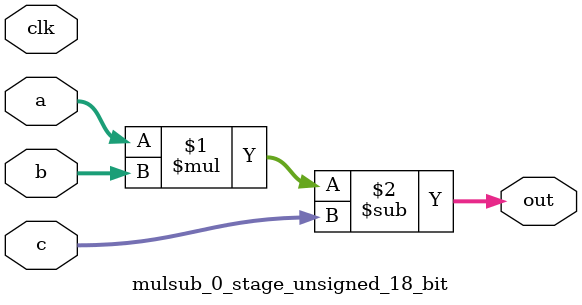
<source format=sv>
(* use_dsp = "yes" *) module mulsub_0_stage_unsigned_18_bit(
	input  [17:0] a,
	input  [17:0] b,
	input  [17:0] c,
	output [17:0] out,
	input clk);

	assign out = (a * b) - c;
endmodule

</source>
